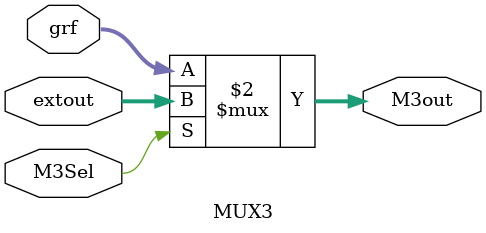
<source format=v>
`timescale 1ns / 1ps
module MUX3(
    input [31:0] grf,
    input [31:0] extout,
    input M3Sel,
    output [31:0] M3out
    );
	 
	 assign M3out = (M3Sel==0)? grf : extout;

endmodule

</source>
